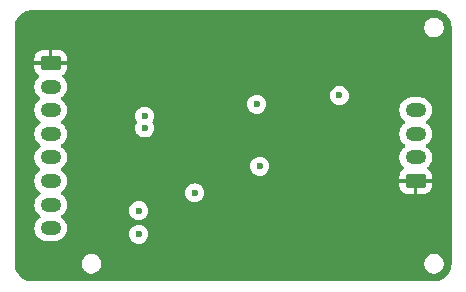
<source format=gbr>
%TF.GenerationSoftware,KiCad,Pcbnew,8.0.1*%
%TF.CreationDate,2024-04-29T02:41:37-04:00*%
%TF.ProjectId,ads1220_board,61647331-3232-4305-9f62-6f6172642e6b,rev?*%
%TF.SameCoordinates,Original*%
%TF.FileFunction,Copper,L4,Bot*%
%TF.FilePolarity,Positive*%
%FSLAX46Y46*%
G04 Gerber Fmt 4.6, Leading zero omitted, Abs format (unit mm)*
G04 Created by KiCad (PCBNEW 8.0.1) date 2024-04-29 02:41:37*
%MOMM*%
%LPD*%
G01*
G04 APERTURE LIST*
G04 Aperture macros list*
%AMRoundRect*
0 Rectangle with rounded corners*
0 $1 Rounding radius*
0 $2 $3 $4 $5 $6 $7 $8 $9 X,Y pos of 4 corners*
0 Add a 4 corners polygon primitive as box body*
4,1,4,$2,$3,$4,$5,$6,$7,$8,$9,$2,$3,0*
0 Add four circle primitives for the rounded corners*
1,1,$1+$1,$2,$3*
1,1,$1+$1,$4,$5*
1,1,$1+$1,$6,$7*
1,1,$1+$1,$8,$9*
0 Add four rect primitives between the rounded corners*
20,1,$1+$1,$2,$3,$4,$5,0*
20,1,$1+$1,$4,$5,$6,$7,0*
20,1,$1+$1,$6,$7,$8,$9,0*
20,1,$1+$1,$8,$9,$2,$3,0*%
G04 Aperture macros list end*
%TA.AperFunction,ComponentPad*%
%ADD10RoundRect,0.250000X-0.625000X0.350000X-0.625000X-0.350000X0.625000X-0.350000X0.625000X0.350000X0*%
%TD*%
%TA.AperFunction,ComponentPad*%
%ADD11O,1.750000X1.200000*%
%TD*%
%TA.AperFunction,ComponentPad*%
%ADD12RoundRect,0.250000X0.625000X-0.350000X0.625000X0.350000X-0.625000X0.350000X-0.625000X-0.350000X0*%
%TD*%
%TA.AperFunction,ViaPad*%
%ADD13C,0.600000*%
%TD*%
G04 APERTURE END LIST*
D10*
%TO.P,J3,1,Pin_1*%
%TO.N,GND*%
X113550000Y-75000000D03*
D11*
%TO.P,J3,2,Pin_2*%
%TO.N,Net-(J3-Pin_2)*%
X113550000Y-77000000D03*
%TO.P,J3,3,Pin_3*%
%TO.N,Net-(J3-Pin_3)*%
X113550000Y-79000000D03*
%TO.P,J3,4,Pin_4*%
%TO.N,Net-(J3-Pin_4)*%
X113550000Y-81000000D03*
%TO.P,J3,5,Pin_5*%
%TO.N,Net-(J3-Pin_5)*%
X113550000Y-83000000D03*
%TO.P,J3,6,Pin_6*%
%TO.N,Net-(J3-Pin_6)*%
X113550000Y-85000000D03*
%TO.P,J3,7,Pin_7*%
%TO.N,+3V3*%
X113550000Y-87000000D03*
%TO.P,J3,8,Pin_8*%
%TO.N,+5V*%
X113550000Y-89000000D03*
%TD*%
D12*
%TO.P,J2,1,Pin_1*%
%TO.N,GND*%
X144450000Y-85000000D03*
D11*
%TO.P,J2,2,Pin_2*%
%TO.N,/SIG+*%
X144450000Y-83000000D03*
%TO.P,J2,3,Pin_3*%
%TO.N,/SIG-*%
X144450000Y-81000000D03*
%TO.P,J2,4,Pin_4*%
%TO.N,+4V*%
X144450000Y-79000000D03*
%TD*%
D13*
%TO.N,GND*%
X127000000Y-81000000D03*
%TO.N,+4V*%
X121500000Y-79500000D03*
X121500000Y-80500000D03*
%TO.N,GND*%
X128500000Y-76750000D03*
X128500000Y-83250000D03*
X121250000Y-86000000D03*
X140000000Y-85500000D03*
X140000000Y-78500000D03*
X136250000Y-79750000D03*
X136250000Y-84250000D03*
X141750000Y-84250000D03*
X141750000Y-79750000D03*
X111000000Y-78000000D03*
X111000000Y-82000000D03*
X111000000Y-86000000D03*
X147000000Y-82000000D03*
X147000000Y-86000000D03*
X147000000Y-78000000D03*
X120000000Y-71000000D03*
X125000000Y-71000000D03*
X130000000Y-71000000D03*
X135000000Y-71000000D03*
X140000000Y-71000000D03*
X120000000Y-93000000D03*
X125000000Y-93000000D03*
X130000000Y-93000000D03*
X135000000Y-93000000D03*
X140000000Y-93000000D03*
X144000000Y-71000000D03*
X115000000Y-71000000D03*
X111000000Y-74000000D03*
X111000000Y-90000000D03*
X115000000Y-93000000D03*
X144000000Y-93000000D03*
X147000000Y-90000000D03*
X147000000Y-74000000D03*
X119250000Y-78500000D03*
X123475000Y-88500000D03*
X131300000Y-80300000D03*
%TO.N,+4V*%
X131250000Y-83750000D03*
X138000000Y-77750000D03*
%TO.N,GND*%
X135798809Y-78500744D03*
%TO.N,+4V*%
X131000000Y-78500000D03*
%TO.N,+5V*%
X121000000Y-89500000D03*
X121000000Y-87500000D03*
%TO.N,+4V*%
X125750000Y-86000000D03*
%TD*%
%TA.AperFunction,Conductor*%
%TO.N,GND*%
G36*
X146004418Y-70500816D02*
G01*
X146204561Y-70515130D01*
X146222063Y-70517647D01*
X146413797Y-70559355D01*
X146430755Y-70564334D01*
X146614609Y-70632909D01*
X146630701Y-70640259D01*
X146802904Y-70734288D01*
X146817784Y-70743849D01*
X146974867Y-70861441D01*
X146988237Y-70873027D01*
X147126972Y-71011762D01*
X147138558Y-71025132D01*
X147249625Y-71173500D01*
X147256146Y-71182210D01*
X147265711Y-71197095D01*
X147359740Y-71369298D01*
X147367090Y-71385390D01*
X147435662Y-71569236D01*
X147440646Y-71586212D01*
X147482351Y-71777931D01*
X147484869Y-71795442D01*
X147499184Y-71995580D01*
X147499500Y-72004427D01*
X147499500Y-91995572D01*
X147499184Y-92004419D01*
X147484869Y-92204557D01*
X147482351Y-92222068D01*
X147440646Y-92413787D01*
X147435662Y-92430763D01*
X147367090Y-92614609D01*
X147359740Y-92630701D01*
X147265711Y-92802904D01*
X147256146Y-92817789D01*
X147138558Y-92974867D01*
X147126972Y-92988237D01*
X146988237Y-93126972D01*
X146974867Y-93138558D01*
X146817789Y-93256146D01*
X146802904Y-93265711D01*
X146630701Y-93359740D01*
X146614609Y-93367090D01*
X146430763Y-93435662D01*
X146413787Y-93440646D01*
X146222068Y-93482351D01*
X146204557Y-93484869D01*
X146023779Y-93497799D01*
X146004417Y-93499184D01*
X145995572Y-93499500D01*
X112004428Y-93499500D01*
X111995582Y-93499184D01*
X111973622Y-93497613D01*
X111795442Y-93484869D01*
X111777931Y-93482351D01*
X111586212Y-93440646D01*
X111569236Y-93435662D01*
X111385390Y-93367090D01*
X111369298Y-93359740D01*
X111197095Y-93265711D01*
X111182210Y-93256146D01*
X111025132Y-93138558D01*
X111011762Y-93126972D01*
X110873027Y-92988237D01*
X110861441Y-92974867D01*
X110743849Y-92817784D01*
X110734288Y-92802904D01*
X110640259Y-92630701D01*
X110632909Y-92614609D01*
X110572091Y-92451551D01*
X110564334Y-92430755D01*
X110559355Y-92413797D01*
X110517647Y-92222063D01*
X110515130Y-92204556D01*
X110506322Y-92081407D01*
X116173500Y-92081407D01*
X116205259Y-92241073D01*
X116205262Y-92241082D01*
X116267562Y-92391490D01*
X116267563Y-92391492D01*
X116358015Y-92526862D01*
X116358018Y-92526866D01*
X116473133Y-92641981D01*
X116473137Y-92641984D01*
X116608505Y-92732435D01*
X116608506Y-92732435D01*
X116608507Y-92732436D01*
X116608509Y-92732437D01*
X116708781Y-92773970D01*
X116758919Y-92794738D01*
X116758921Y-92794738D01*
X116758926Y-92794740D01*
X116918592Y-92826499D01*
X116918595Y-92826500D01*
X116918597Y-92826500D01*
X117081405Y-92826500D01*
X117081406Y-92826499D01*
X117134629Y-92815912D01*
X117241073Y-92794740D01*
X117241076Y-92794738D01*
X117241081Y-92794738D01*
X117391495Y-92732435D01*
X117526863Y-92641984D01*
X117641984Y-92526863D01*
X117732435Y-92391495D01*
X117794738Y-92241081D01*
X117802004Y-92204556D01*
X117826499Y-92081407D01*
X145173500Y-92081407D01*
X145205259Y-92241073D01*
X145205262Y-92241082D01*
X145267562Y-92391490D01*
X145267563Y-92391492D01*
X145358015Y-92526862D01*
X145358018Y-92526866D01*
X145473133Y-92641981D01*
X145473137Y-92641984D01*
X145608505Y-92732435D01*
X145608506Y-92732435D01*
X145608507Y-92732436D01*
X145608509Y-92732437D01*
X145708781Y-92773970D01*
X145758919Y-92794738D01*
X145758921Y-92794738D01*
X145758926Y-92794740D01*
X145918592Y-92826499D01*
X145918595Y-92826500D01*
X145918597Y-92826500D01*
X146081405Y-92826500D01*
X146081406Y-92826499D01*
X146134629Y-92815912D01*
X146241073Y-92794740D01*
X146241076Y-92794738D01*
X146241081Y-92794738D01*
X146391495Y-92732435D01*
X146526863Y-92641984D01*
X146641984Y-92526863D01*
X146732435Y-92391495D01*
X146794738Y-92241081D01*
X146802004Y-92204556D01*
X146826499Y-92081407D01*
X146826500Y-92081405D01*
X146826500Y-91918594D01*
X146826499Y-91918592D01*
X146794740Y-91758926D01*
X146794737Y-91758917D01*
X146732437Y-91608509D01*
X146732436Y-91608507D01*
X146641984Y-91473137D01*
X146641981Y-91473133D01*
X146526866Y-91358018D01*
X146526862Y-91358015D01*
X146391492Y-91267563D01*
X146391490Y-91267562D01*
X146241082Y-91205262D01*
X146241073Y-91205259D01*
X146081406Y-91173500D01*
X146081403Y-91173500D01*
X145918597Y-91173500D01*
X145918594Y-91173500D01*
X145758926Y-91205259D01*
X145758917Y-91205262D01*
X145608509Y-91267562D01*
X145608507Y-91267563D01*
X145473137Y-91358015D01*
X145473133Y-91358018D01*
X145358018Y-91473133D01*
X145358015Y-91473137D01*
X145267563Y-91608507D01*
X145267562Y-91608509D01*
X145205262Y-91758917D01*
X145205259Y-91758926D01*
X145173500Y-91918592D01*
X145173500Y-92081407D01*
X117826499Y-92081407D01*
X117826500Y-92081405D01*
X117826500Y-91918594D01*
X117826499Y-91918592D01*
X117794740Y-91758926D01*
X117794737Y-91758917D01*
X117732437Y-91608509D01*
X117732436Y-91608507D01*
X117641984Y-91473137D01*
X117641981Y-91473133D01*
X117526866Y-91358018D01*
X117526862Y-91358015D01*
X117391492Y-91267563D01*
X117391490Y-91267562D01*
X117241082Y-91205262D01*
X117241073Y-91205259D01*
X117081406Y-91173500D01*
X117081403Y-91173500D01*
X116918597Y-91173500D01*
X116918594Y-91173500D01*
X116758926Y-91205259D01*
X116758917Y-91205262D01*
X116608509Y-91267562D01*
X116608507Y-91267563D01*
X116473137Y-91358015D01*
X116473133Y-91358018D01*
X116358018Y-91473133D01*
X116358015Y-91473137D01*
X116267563Y-91608507D01*
X116267562Y-91608509D01*
X116205262Y-91758917D01*
X116205259Y-91758926D01*
X116173500Y-91918592D01*
X116173500Y-92081407D01*
X110506322Y-92081407D01*
X110500816Y-92004418D01*
X110500500Y-91995572D01*
X110500500Y-89086611D01*
X112174500Y-89086611D01*
X112201598Y-89257701D01*
X112255127Y-89422445D01*
X112333768Y-89576788D01*
X112435586Y-89716928D01*
X112558072Y-89839414D01*
X112698212Y-89941232D01*
X112852555Y-90019873D01*
X113017299Y-90073402D01*
X113188389Y-90100500D01*
X113188390Y-90100500D01*
X113911610Y-90100500D01*
X113911611Y-90100500D01*
X114082701Y-90073402D01*
X114247445Y-90019873D01*
X114401788Y-89941232D01*
X114541928Y-89839414D01*
X114664414Y-89716928D01*
X114766232Y-89576788D01*
X114805356Y-89500003D01*
X120194435Y-89500003D01*
X120214630Y-89679249D01*
X120214631Y-89679254D01*
X120274211Y-89849523D01*
X120331836Y-89941232D01*
X120370184Y-90002262D01*
X120497738Y-90129816D01*
X120650478Y-90225789D01*
X120820745Y-90285368D01*
X120820750Y-90285369D01*
X120999996Y-90305565D01*
X121000000Y-90305565D01*
X121000004Y-90305565D01*
X121179249Y-90285369D01*
X121179252Y-90285368D01*
X121179255Y-90285368D01*
X121349522Y-90225789D01*
X121502262Y-90129816D01*
X121629816Y-90002262D01*
X121725789Y-89849522D01*
X121785368Y-89679255D01*
X121805565Y-89500000D01*
X121785368Y-89320745D01*
X121725789Y-89150478D01*
X121629816Y-88997738D01*
X121502262Y-88870184D01*
X121349523Y-88774211D01*
X121179254Y-88714631D01*
X121179249Y-88714630D01*
X121000004Y-88694435D01*
X120999996Y-88694435D01*
X120820750Y-88714630D01*
X120820745Y-88714631D01*
X120650476Y-88774211D01*
X120497737Y-88870184D01*
X120370184Y-88997737D01*
X120274211Y-89150476D01*
X120214631Y-89320745D01*
X120214630Y-89320750D01*
X120194435Y-89499996D01*
X120194435Y-89500003D01*
X114805356Y-89500003D01*
X114844873Y-89422445D01*
X114898402Y-89257701D01*
X114925500Y-89086611D01*
X114925500Y-88913389D01*
X114898402Y-88742299D01*
X114844873Y-88577555D01*
X114766232Y-88423212D01*
X114664414Y-88283072D01*
X114541928Y-88160586D01*
X114458975Y-88100317D01*
X114416311Y-88044988D01*
X114410332Y-87975374D01*
X114442938Y-87913579D01*
X114458976Y-87899682D01*
X114541928Y-87839414D01*
X114664414Y-87716928D01*
X114766232Y-87576788D01*
X114805356Y-87500003D01*
X120194435Y-87500003D01*
X120214630Y-87679249D01*
X120214631Y-87679254D01*
X120274211Y-87849523D01*
X120331836Y-87941232D01*
X120370184Y-88002262D01*
X120497738Y-88129816D01*
X120650478Y-88225789D01*
X120814175Y-88283069D01*
X120820745Y-88285368D01*
X120820750Y-88285369D01*
X120999996Y-88305565D01*
X121000000Y-88305565D01*
X121000004Y-88305565D01*
X121179249Y-88285369D01*
X121179252Y-88285368D01*
X121179255Y-88285368D01*
X121349522Y-88225789D01*
X121502262Y-88129816D01*
X121629816Y-88002262D01*
X121725789Y-87849522D01*
X121785368Y-87679255D01*
X121805565Y-87500000D01*
X121785368Y-87320745D01*
X121725789Y-87150478D01*
X121629816Y-86997738D01*
X121502262Y-86870184D01*
X121399422Y-86805565D01*
X121349523Y-86774211D01*
X121179254Y-86714631D01*
X121179249Y-86714630D01*
X121000004Y-86694435D01*
X120999996Y-86694435D01*
X120820750Y-86714630D01*
X120820745Y-86714631D01*
X120650476Y-86774211D01*
X120497737Y-86870184D01*
X120370184Y-86997737D01*
X120274211Y-87150476D01*
X120214631Y-87320745D01*
X120214630Y-87320750D01*
X120194435Y-87499996D01*
X120194435Y-87500003D01*
X114805356Y-87500003D01*
X114844873Y-87422445D01*
X114898402Y-87257701D01*
X114925500Y-87086611D01*
X114925500Y-86913389D01*
X114898402Y-86742299D01*
X114844873Y-86577555D01*
X114766232Y-86423212D01*
X114664414Y-86283072D01*
X114541928Y-86160586D01*
X114458975Y-86100317D01*
X114416311Y-86044988D01*
X114412447Y-86000003D01*
X124944435Y-86000003D01*
X124964630Y-86179249D01*
X124964631Y-86179254D01*
X125024211Y-86349523D01*
X125120184Y-86502262D01*
X125247738Y-86629816D01*
X125338080Y-86686582D01*
X125382721Y-86714632D01*
X125400478Y-86725789D01*
X125538860Y-86774211D01*
X125570745Y-86785368D01*
X125570750Y-86785369D01*
X125749996Y-86805565D01*
X125750000Y-86805565D01*
X125750004Y-86805565D01*
X125929249Y-86785369D01*
X125929252Y-86785368D01*
X125929255Y-86785368D01*
X126099522Y-86725789D01*
X126252262Y-86629816D01*
X126379816Y-86502262D01*
X126475789Y-86349522D01*
X126535368Y-86179255D01*
X126535369Y-86179249D01*
X126555565Y-86000003D01*
X126555565Y-85999996D01*
X126535369Y-85820750D01*
X126535368Y-85820745D01*
X126534528Y-85818345D01*
X126475789Y-85650478D01*
X126379816Y-85497738D01*
X126252262Y-85370184D01*
X126219255Y-85349444D01*
X126099523Y-85274211D01*
X125929254Y-85214631D01*
X125929249Y-85214630D01*
X125750004Y-85194435D01*
X125749996Y-85194435D01*
X125570750Y-85214630D01*
X125570745Y-85214631D01*
X125400476Y-85274211D01*
X125247737Y-85370184D01*
X125120184Y-85497737D01*
X125024211Y-85650476D01*
X124964631Y-85820745D01*
X124964630Y-85820750D01*
X124944435Y-85999996D01*
X124944435Y-86000003D01*
X114412447Y-86000003D01*
X114410332Y-85975374D01*
X114442938Y-85913579D01*
X114458976Y-85899682D01*
X114541928Y-85839414D01*
X114664414Y-85716928D01*
X114766232Y-85576788D01*
X114844873Y-85422445D01*
X114898402Y-85257701D01*
X114925500Y-85086611D01*
X114925500Y-84913389D01*
X114898402Y-84742299D01*
X114844873Y-84577555D01*
X114766232Y-84423212D01*
X114664414Y-84283072D01*
X114541928Y-84160586D01*
X114458975Y-84100317D01*
X114416311Y-84044988D01*
X114410332Y-83975374D01*
X114442938Y-83913579D01*
X114458976Y-83899682D01*
X114462471Y-83897143D01*
X114541928Y-83839414D01*
X114631339Y-83750003D01*
X130444435Y-83750003D01*
X130464630Y-83929249D01*
X130464631Y-83929254D01*
X130524211Y-84099523D01*
X130562577Y-84160581D01*
X130620184Y-84252262D01*
X130747738Y-84379816D01*
X130900478Y-84475789D01*
X130961959Y-84497302D01*
X131070745Y-84535368D01*
X131070750Y-84535369D01*
X131249996Y-84555565D01*
X131250000Y-84555565D01*
X131250004Y-84555565D01*
X131429249Y-84535369D01*
X131429252Y-84535368D01*
X131429255Y-84535368D01*
X131599522Y-84475789D01*
X131752262Y-84379816D01*
X131879816Y-84252262D01*
X131975789Y-84099522D01*
X132035368Y-83929255D01*
X132035369Y-83929249D01*
X132055565Y-83750003D01*
X132055565Y-83749996D01*
X132035369Y-83570750D01*
X132035368Y-83570745D01*
X131983476Y-83422447D01*
X131975789Y-83400478D01*
X131879816Y-83247738D01*
X131752262Y-83120184D01*
X131698831Y-83086611D01*
X143074500Y-83086611D01*
X143101598Y-83257701D01*
X143155127Y-83422445D01*
X143233768Y-83576788D01*
X143335586Y-83716928D01*
X143335588Y-83716930D01*
X143443491Y-83824833D01*
X143476976Y-83886156D01*
X143471992Y-83955848D01*
X143430120Y-84011781D01*
X143420907Y-84018053D01*
X143356654Y-84057684D01*
X143232684Y-84181654D01*
X143140643Y-84330875D01*
X143140641Y-84330880D01*
X143085494Y-84497302D01*
X143085493Y-84497309D01*
X143075000Y-84600013D01*
X143075000Y-84850000D01*
X144103590Y-84850000D01*
X144100556Y-84855255D01*
X144075000Y-84950630D01*
X144075000Y-85049370D01*
X144100556Y-85144745D01*
X144103590Y-85150000D01*
X143075001Y-85150000D01*
X143075001Y-85399986D01*
X143085494Y-85502697D01*
X143140641Y-85669119D01*
X143140643Y-85669124D01*
X143232684Y-85818345D01*
X143356654Y-85942315D01*
X143505875Y-86034356D01*
X143505880Y-86034358D01*
X143672302Y-86089505D01*
X143672309Y-86089506D01*
X143775019Y-86099999D01*
X144299999Y-86099999D01*
X144300000Y-86099998D01*
X144300000Y-85346410D01*
X144305255Y-85349444D01*
X144400630Y-85375000D01*
X144499370Y-85375000D01*
X144594745Y-85349444D01*
X144600000Y-85346410D01*
X144600000Y-86099999D01*
X145124972Y-86099999D01*
X145124986Y-86099998D01*
X145227697Y-86089505D01*
X145394119Y-86034358D01*
X145394124Y-86034356D01*
X145543345Y-85942315D01*
X145667315Y-85818345D01*
X145759356Y-85669124D01*
X145759358Y-85669119D01*
X145814505Y-85502697D01*
X145814506Y-85502690D01*
X145824999Y-85399986D01*
X145825000Y-85399973D01*
X145825000Y-85150000D01*
X144796410Y-85150000D01*
X144799444Y-85144745D01*
X144825000Y-85049370D01*
X144825000Y-84950630D01*
X144799444Y-84855255D01*
X144796410Y-84850000D01*
X145824999Y-84850000D01*
X145824999Y-84600028D01*
X145824998Y-84600013D01*
X145814505Y-84497302D01*
X145759358Y-84330880D01*
X145759356Y-84330875D01*
X145667315Y-84181654D01*
X145543343Y-84057682D01*
X145479093Y-84018053D01*
X145432368Y-83966105D01*
X145421145Y-83897143D01*
X145448988Y-83833061D01*
X145456486Y-83824855D01*
X145564414Y-83716928D01*
X145666232Y-83576788D01*
X145744873Y-83422445D01*
X145798402Y-83257701D01*
X145825500Y-83086611D01*
X145825500Y-82913389D01*
X145798402Y-82742299D01*
X145744873Y-82577555D01*
X145666232Y-82423212D01*
X145564414Y-82283072D01*
X145441928Y-82160586D01*
X145358975Y-82100317D01*
X145316311Y-82044988D01*
X145310332Y-81975374D01*
X145342938Y-81913579D01*
X145358976Y-81899682D01*
X145441928Y-81839414D01*
X145564414Y-81716928D01*
X145666232Y-81576788D01*
X145744873Y-81422445D01*
X145798402Y-81257701D01*
X145825500Y-81086611D01*
X145825500Y-80913389D01*
X145798402Y-80742299D01*
X145744873Y-80577555D01*
X145666232Y-80423212D01*
X145564414Y-80283072D01*
X145441928Y-80160586D01*
X145358975Y-80100317D01*
X145316311Y-80044988D01*
X145310332Y-79975374D01*
X145342938Y-79913579D01*
X145358976Y-79899682D01*
X145441928Y-79839414D01*
X145564414Y-79716928D01*
X145666232Y-79576788D01*
X145744873Y-79422445D01*
X145798402Y-79257701D01*
X145825500Y-79086611D01*
X145825500Y-78913389D01*
X145798402Y-78742299D01*
X145744873Y-78577555D01*
X145666232Y-78423212D01*
X145564414Y-78283072D01*
X145441928Y-78160586D01*
X145301788Y-78058768D01*
X145147445Y-77980127D01*
X144982701Y-77926598D01*
X144982699Y-77926597D01*
X144982698Y-77926597D01*
X144851271Y-77905781D01*
X144811611Y-77899500D01*
X144088389Y-77899500D01*
X144048728Y-77905781D01*
X143917302Y-77926597D01*
X143752552Y-77980128D01*
X143598211Y-78058768D01*
X143518256Y-78116859D01*
X143458072Y-78160586D01*
X143458070Y-78160588D01*
X143458069Y-78160588D01*
X143335588Y-78283069D01*
X143335588Y-78283070D01*
X143335586Y-78283072D01*
X143308215Y-78320745D01*
X143233768Y-78423211D01*
X143155128Y-78577552D01*
X143101597Y-78742302D01*
X143074500Y-78913389D01*
X143074500Y-79086610D01*
X143096543Y-79225789D01*
X143101598Y-79257701D01*
X143155127Y-79422445D01*
X143233768Y-79576788D01*
X143335586Y-79716928D01*
X143458072Y-79839414D01*
X143471987Y-79849524D01*
X143541023Y-79899683D01*
X143583689Y-79955013D01*
X143589667Y-80024626D01*
X143557061Y-80086421D01*
X143541023Y-80100317D01*
X143458078Y-80160581D01*
X143458069Y-80160588D01*
X143335588Y-80283069D01*
X143335588Y-80283070D01*
X143335586Y-80283072D01*
X143308221Y-80320737D01*
X143233768Y-80423211D01*
X143155128Y-80577552D01*
X143101597Y-80742302D01*
X143074500Y-80913389D01*
X143074500Y-81086610D01*
X143096543Y-81225789D01*
X143101598Y-81257701D01*
X143155127Y-81422445D01*
X143233768Y-81576788D01*
X143335586Y-81716928D01*
X143458072Y-81839414D01*
X143458078Y-81839418D01*
X143541023Y-81899683D01*
X143583689Y-81955013D01*
X143589667Y-82024626D01*
X143557061Y-82086421D01*
X143541023Y-82100317D01*
X143458078Y-82160581D01*
X143458069Y-82160588D01*
X143335588Y-82283069D01*
X143335588Y-82283070D01*
X143335586Y-82283072D01*
X143291859Y-82343256D01*
X143233768Y-82423211D01*
X143155128Y-82577552D01*
X143101597Y-82742302D01*
X143074500Y-82913389D01*
X143074500Y-83086611D01*
X131698831Y-83086611D01*
X131599523Y-83024211D01*
X131429254Y-82964631D01*
X131429249Y-82964630D01*
X131250004Y-82944435D01*
X131249996Y-82944435D01*
X131070750Y-82964630D01*
X131070745Y-82964631D01*
X130900476Y-83024211D01*
X130747737Y-83120184D01*
X130620184Y-83247737D01*
X130524211Y-83400476D01*
X130464631Y-83570745D01*
X130464630Y-83570750D01*
X130444435Y-83749996D01*
X130444435Y-83750003D01*
X114631339Y-83750003D01*
X114664414Y-83716928D01*
X114766232Y-83576788D01*
X114844873Y-83422445D01*
X114898402Y-83257701D01*
X114925500Y-83086611D01*
X114925500Y-82913389D01*
X114898402Y-82742299D01*
X114844873Y-82577555D01*
X114766232Y-82423212D01*
X114664414Y-82283072D01*
X114541928Y-82160586D01*
X114458975Y-82100317D01*
X114416311Y-82044988D01*
X114410332Y-81975374D01*
X114442938Y-81913579D01*
X114458976Y-81899682D01*
X114541928Y-81839414D01*
X114664414Y-81716928D01*
X114766232Y-81576788D01*
X114844873Y-81422445D01*
X114898402Y-81257701D01*
X114925500Y-81086611D01*
X114925500Y-80913389D01*
X114898402Y-80742299D01*
X114844873Y-80577555D01*
X114805359Y-80500003D01*
X120694435Y-80500003D01*
X120714630Y-80679249D01*
X120714631Y-80679254D01*
X120774211Y-80849523D01*
X120814341Y-80913389D01*
X120870184Y-81002262D01*
X120997738Y-81129816D01*
X121150478Y-81225789D01*
X121320745Y-81285368D01*
X121320750Y-81285369D01*
X121499996Y-81305565D01*
X121500000Y-81305565D01*
X121500004Y-81305565D01*
X121679249Y-81285369D01*
X121679252Y-81285368D01*
X121679255Y-81285368D01*
X121849522Y-81225789D01*
X122002262Y-81129816D01*
X122129816Y-81002262D01*
X122225789Y-80849522D01*
X122285368Y-80679255D01*
X122305565Y-80500000D01*
X122296913Y-80423212D01*
X122285369Y-80320750D01*
X122285368Y-80320745D01*
X122225788Y-80150475D01*
X122172691Y-80065973D01*
X122153690Y-79998736D01*
X122172691Y-79934027D01*
X122225788Y-79849524D01*
X122225789Y-79849522D01*
X122285368Y-79679255D01*
X122305565Y-79500000D01*
X122285368Y-79320745D01*
X122225789Y-79150478D01*
X122129816Y-78997738D01*
X122002262Y-78870184D01*
X121969379Y-78849522D01*
X121849523Y-78774211D01*
X121679254Y-78714631D01*
X121679249Y-78714630D01*
X121500004Y-78694435D01*
X121499996Y-78694435D01*
X121320750Y-78714630D01*
X121320745Y-78714631D01*
X121150476Y-78774211D01*
X120997737Y-78870184D01*
X120870184Y-78997737D01*
X120774211Y-79150476D01*
X120714631Y-79320745D01*
X120714630Y-79320750D01*
X120694435Y-79499996D01*
X120694435Y-79500003D01*
X120714630Y-79679249D01*
X120714633Y-79679262D01*
X120774209Y-79849520D01*
X120827309Y-79934029D01*
X120846309Y-80001266D01*
X120827309Y-80065971D01*
X120774209Y-80150479D01*
X120714633Y-80320737D01*
X120714630Y-80320750D01*
X120694435Y-80499996D01*
X120694435Y-80500003D01*
X114805359Y-80500003D01*
X114766232Y-80423212D01*
X114664414Y-80283072D01*
X114541928Y-80160586D01*
X114458975Y-80100317D01*
X114416311Y-80044988D01*
X114410332Y-79975374D01*
X114442938Y-79913579D01*
X114458976Y-79899682D01*
X114541928Y-79839414D01*
X114664414Y-79716928D01*
X114766232Y-79576788D01*
X114844873Y-79422445D01*
X114898402Y-79257701D01*
X114925500Y-79086611D01*
X114925500Y-78913389D01*
X114898402Y-78742299D01*
X114844873Y-78577555D01*
X114805359Y-78500003D01*
X130194435Y-78500003D01*
X130214630Y-78679249D01*
X130214631Y-78679254D01*
X130274211Y-78849523D01*
X130314341Y-78913389D01*
X130370184Y-79002262D01*
X130497738Y-79129816D01*
X130650478Y-79225789D01*
X130820745Y-79285368D01*
X130820750Y-79285369D01*
X130999996Y-79305565D01*
X131000000Y-79305565D01*
X131000004Y-79305565D01*
X131179249Y-79285369D01*
X131179252Y-79285368D01*
X131179255Y-79285368D01*
X131349522Y-79225789D01*
X131502262Y-79129816D01*
X131629816Y-79002262D01*
X131725789Y-78849522D01*
X131785368Y-78679255D01*
X131796827Y-78577552D01*
X131805565Y-78500003D01*
X131805565Y-78499996D01*
X131785369Y-78320750D01*
X131785368Y-78320745D01*
X131761405Y-78252262D01*
X131725789Y-78150478D01*
X131629816Y-77997738D01*
X131502262Y-77870184D01*
X131349523Y-77774211D01*
X131280341Y-77750003D01*
X137194435Y-77750003D01*
X137214630Y-77929249D01*
X137214631Y-77929254D01*
X137274211Y-78099523D01*
X137312577Y-78160581D01*
X137370184Y-78252262D01*
X137497738Y-78379816D01*
X137650478Y-78475789D01*
X137719678Y-78500003D01*
X137820745Y-78535368D01*
X137820750Y-78535369D01*
X137999996Y-78555565D01*
X138000000Y-78555565D01*
X138000004Y-78555565D01*
X138179249Y-78535369D01*
X138179252Y-78535368D01*
X138179255Y-78535368D01*
X138349522Y-78475789D01*
X138502262Y-78379816D01*
X138629816Y-78252262D01*
X138725789Y-78099522D01*
X138785368Y-77929255D01*
X138785369Y-77929249D01*
X138805565Y-77750003D01*
X138805565Y-77749996D01*
X138785369Y-77570750D01*
X138785368Y-77570745D01*
X138733476Y-77422447D01*
X138725789Y-77400478D01*
X138629816Y-77247738D01*
X138502262Y-77120184D01*
X138448831Y-77086611D01*
X138349523Y-77024211D01*
X138179254Y-76964631D01*
X138179249Y-76964630D01*
X138000004Y-76944435D01*
X137999996Y-76944435D01*
X137820750Y-76964630D01*
X137820745Y-76964631D01*
X137650476Y-77024211D01*
X137497737Y-77120184D01*
X137370184Y-77247737D01*
X137274211Y-77400476D01*
X137214631Y-77570745D01*
X137214630Y-77570750D01*
X137194435Y-77749996D01*
X137194435Y-77750003D01*
X131280341Y-77750003D01*
X131179254Y-77714631D01*
X131179249Y-77714630D01*
X131000004Y-77694435D01*
X130999996Y-77694435D01*
X130820750Y-77714630D01*
X130820745Y-77714631D01*
X130650476Y-77774211D01*
X130497737Y-77870184D01*
X130370184Y-77997737D01*
X130274211Y-78150476D01*
X130214631Y-78320745D01*
X130214630Y-78320750D01*
X130194435Y-78499996D01*
X130194435Y-78500003D01*
X114805359Y-78500003D01*
X114766232Y-78423212D01*
X114664414Y-78283072D01*
X114541928Y-78160586D01*
X114458975Y-78100317D01*
X114416311Y-78044988D01*
X114410332Y-77975374D01*
X114442938Y-77913579D01*
X114458976Y-77899682D01*
X114541928Y-77839414D01*
X114664414Y-77716928D01*
X114766232Y-77576788D01*
X114844873Y-77422445D01*
X114898402Y-77257701D01*
X114925500Y-77086611D01*
X114925500Y-76913389D01*
X114898402Y-76742299D01*
X114844873Y-76577555D01*
X114766232Y-76423212D01*
X114664414Y-76283072D01*
X114556508Y-76175166D01*
X114523023Y-76113843D01*
X114528007Y-76044151D01*
X114569879Y-75988218D01*
X114579094Y-75981945D01*
X114643345Y-75942315D01*
X114767315Y-75818345D01*
X114859356Y-75669124D01*
X114859358Y-75669119D01*
X114914505Y-75502697D01*
X114914506Y-75502690D01*
X114924999Y-75399986D01*
X114925000Y-75399973D01*
X114925000Y-75150000D01*
X113896410Y-75150000D01*
X113899444Y-75144745D01*
X113925000Y-75049370D01*
X113925000Y-74950630D01*
X113899444Y-74855255D01*
X113896410Y-74850000D01*
X114924999Y-74850000D01*
X114924999Y-74600028D01*
X114924998Y-74600013D01*
X114914505Y-74497302D01*
X114859358Y-74330880D01*
X114859356Y-74330875D01*
X114767315Y-74181654D01*
X114643345Y-74057684D01*
X114494124Y-73965643D01*
X114494119Y-73965641D01*
X114327697Y-73910494D01*
X114327690Y-73910493D01*
X114224986Y-73900000D01*
X113700000Y-73900000D01*
X113700000Y-74653589D01*
X113694745Y-74650556D01*
X113599370Y-74625000D01*
X113500630Y-74625000D01*
X113405255Y-74650556D01*
X113400000Y-74653589D01*
X113400000Y-73900000D01*
X112875028Y-73900000D01*
X112875012Y-73900001D01*
X112772302Y-73910494D01*
X112605880Y-73965641D01*
X112605875Y-73965643D01*
X112456654Y-74057684D01*
X112332684Y-74181654D01*
X112240643Y-74330875D01*
X112240641Y-74330880D01*
X112185494Y-74497302D01*
X112185493Y-74497309D01*
X112175000Y-74600013D01*
X112175000Y-74850000D01*
X113203590Y-74850000D01*
X113200556Y-74855255D01*
X113175000Y-74950630D01*
X113175000Y-75049370D01*
X113200556Y-75144745D01*
X113203590Y-75150000D01*
X112175001Y-75150000D01*
X112175001Y-75399986D01*
X112185494Y-75502697D01*
X112240641Y-75669119D01*
X112240643Y-75669124D01*
X112332684Y-75818345D01*
X112456656Y-75942317D01*
X112520906Y-75981946D01*
X112567631Y-76033893D01*
X112578854Y-76102856D01*
X112551011Y-76166938D01*
X112543492Y-76175166D01*
X112435585Y-76283073D01*
X112333768Y-76423211D01*
X112255128Y-76577552D01*
X112201597Y-76742302D01*
X112174500Y-76913389D01*
X112174500Y-77086611D01*
X112201598Y-77257701D01*
X112255127Y-77422445D01*
X112333768Y-77576788D01*
X112435586Y-77716928D01*
X112558072Y-77839414D01*
X112558078Y-77839418D01*
X112641023Y-77899683D01*
X112683689Y-77955013D01*
X112689667Y-78024626D01*
X112657061Y-78086421D01*
X112641023Y-78100317D01*
X112558078Y-78160581D01*
X112558069Y-78160588D01*
X112435588Y-78283069D01*
X112435588Y-78283070D01*
X112435586Y-78283072D01*
X112408215Y-78320745D01*
X112333768Y-78423211D01*
X112255128Y-78577552D01*
X112201597Y-78742302D01*
X112174500Y-78913389D01*
X112174500Y-79086610D01*
X112196543Y-79225789D01*
X112201598Y-79257701D01*
X112255127Y-79422445D01*
X112333768Y-79576788D01*
X112435586Y-79716928D01*
X112558072Y-79839414D01*
X112571987Y-79849524D01*
X112641023Y-79899683D01*
X112683689Y-79955013D01*
X112689667Y-80024626D01*
X112657061Y-80086421D01*
X112641023Y-80100317D01*
X112558078Y-80160581D01*
X112558069Y-80160588D01*
X112435588Y-80283069D01*
X112435588Y-80283070D01*
X112435586Y-80283072D01*
X112408221Y-80320737D01*
X112333768Y-80423211D01*
X112255128Y-80577552D01*
X112201597Y-80742302D01*
X112174500Y-80913389D01*
X112174500Y-81086610D01*
X112196543Y-81225789D01*
X112201598Y-81257701D01*
X112255127Y-81422445D01*
X112333768Y-81576788D01*
X112435586Y-81716928D01*
X112558072Y-81839414D01*
X112558078Y-81839418D01*
X112641023Y-81899683D01*
X112683689Y-81955013D01*
X112689667Y-82024626D01*
X112657061Y-82086421D01*
X112641023Y-82100317D01*
X112558078Y-82160581D01*
X112558069Y-82160588D01*
X112435588Y-82283069D01*
X112435588Y-82283070D01*
X112435586Y-82283072D01*
X112391859Y-82343256D01*
X112333768Y-82423211D01*
X112255128Y-82577552D01*
X112201597Y-82742302D01*
X112174500Y-82913389D01*
X112174500Y-83086611D01*
X112201598Y-83257701D01*
X112255127Y-83422445D01*
X112333768Y-83576788D01*
X112435586Y-83716928D01*
X112558072Y-83839414D01*
X112558078Y-83839418D01*
X112641023Y-83899683D01*
X112683689Y-83955013D01*
X112689667Y-84024626D01*
X112657061Y-84086421D01*
X112641023Y-84100317D01*
X112558078Y-84160581D01*
X112558069Y-84160588D01*
X112435588Y-84283069D01*
X112435588Y-84283070D01*
X112435586Y-84283072D01*
X112400855Y-84330875D01*
X112333768Y-84423211D01*
X112255128Y-84577552D01*
X112201597Y-84742302D01*
X112174500Y-84913389D01*
X112174500Y-85086610D01*
X112194776Y-85214632D01*
X112201598Y-85257701D01*
X112255127Y-85422445D01*
X112333768Y-85576788D01*
X112435586Y-85716928D01*
X112558072Y-85839414D01*
X112558078Y-85839418D01*
X112641023Y-85899683D01*
X112683689Y-85955013D01*
X112689667Y-86024626D01*
X112657061Y-86086421D01*
X112641023Y-86100317D01*
X112558078Y-86160581D01*
X112558069Y-86160588D01*
X112435588Y-86283069D01*
X112435588Y-86283070D01*
X112435586Y-86283072D01*
X112391859Y-86343256D01*
X112333768Y-86423211D01*
X112255128Y-86577552D01*
X112201597Y-86742302D01*
X112181343Y-86870184D01*
X112174500Y-86913389D01*
X112174500Y-87086611D01*
X112201598Y-87257701D01*
X112255127Y-87422445D01*
X112333768Y-87576788D01*
X112435586Y-87716928D01*
X112558072Y-87839414D01*
X112571986Y-87849523D01*
X112641023Y-87899683D01*
X112683689Y-87955013D01*
X112689667Y-88024626D01*
X112657061Y-88086421D01*
X112641023Y-88100317D01*
X112558078Y-88160581D01*
X112558069Y-88160588D01*
X112435588Y-88283069D01*
X112435588Y-88283070D01*
X112435586Y-88283072D01*
X112419244Y-88305565D01*
X112333768Y-88423211D01*
X112255128Y-88577552D01*
X112201597Y-88742302D01*
X112181343Y-88870184D01*
X112174500Y-88913389D01*
X112174500Y-89086611D01*
X110500500Y-89086611D01*
X110500500Y-72081407D01*
X145173500Y-72081407D01*
X145205259Y-72241073D01*
X145205262Y-72241082D01*
X145267562Y-72391490D01*
X145267563Y-72391492D01*
X145358015Y-72526862D01*
X145358018Y-72526866D01*
X145473133Y-72641981D01*
X145473137Y-72641984D01*
X145608505Y-72732435D01*
X145608506Y-72732435D01*
X145608507Y-72732436D01*
X145608509Y-72732437D01*
X145708781Y-72773970D01*
X145758919Y-72794738D01*
X145758921Y-72794738D01*
X145758926Y-72794740D01*
X145918592Y-72826499D01*
X145918595Y-72826500D01*
X145918597Y-72826500D01*
X146081405Y-72826500D01*
X146081406Y-72826499D01*
X146134629Y-72815912D01*
X146241073Y-72794740D01*
X146241076Y-72794738D01*
X146241081Y-72794738D01*
X146391495Y-72732435D01*
X146526863Y-72641984D01*
X146641984Y-72526863D01*
X146732435Y-72391495D01*
X146794738Y-72241081D01*
X146826500Y-72081403D01*
X146826500Y-71918597D01*
X146826500Y-71918594D01*
X146826499Y-71918592D01*
X146794740Y-71758926D01*
X146794737Y-71758917D01*
X146732437Y-71608509D01*
X146732436Y-71608507D01*
X146641984Y-71473137D01*
X146641981Y-71473133D01*
X146526866Y-71358018D01*
X146526862Y-71358015D01*
X146391492Y-71267563D01*
X146391490Y-71267562D01*
X146241082Y-71205262D01*
X146241073Y-71205259D01*
X146081406Y-71173500D01*
X146081403Y-71173500D01*
X145918597Y-71173500D01*
X145918594Y-71173500D01*
X145758926Y-71205259D01*
X145758917Y-71205262D01*
X145608509Y-71267562D01*
X145608507Y-71267563D01*
X145473137Y-71358015D01*
X145473133Y-71358018D01*
X145358018Y-71473133D01*
X145358015Y-71473137D01*
X145267563Y-71608507D01*
X145267562Y-71608509D01*
X145205262Y-71758917D01*
X145205259Y-71758926D01*
X145173500Y-71918592D01*
X145173500Y-72081407D01*
X110500500Y-72081407D01*
X110500500Y-72004427D01*
X110500816Y-71995581D01*
X110506322Y-71918594D01*
X110515130Y-71795436D01*
X110517646Y-71777938D01*
X110559356Y-71586199D01*
X110564333Y-71569248D01*
X110632911Y-71385385D01*
X110640259Y-71369298D01*
X110695810Y-71267563D01*
X110734291Y-71197089D01*
X110743845Y-71182221D01*
X110861448Y-71025123D01*
X110873020Y-71011769D01*
X111011769Y-70873020D01*
X111025123Y-70861448D01*
X111182221Y-70743845D01*
X111197089Y-70734291D01*
X111369298Y-70640258D01*
X111385385Y-70632911D01*
X111569248Y-70564333D01*
X111586199Y-70559356D01*
X111777938Y-70517646D01*
X111795436Y-70515130D01*
X111995582Y-70500816D01*
X112004428Y-70500500D01*
X112065892Y-70500500D01*
X145934108Y-70500500D01*
X145995572Y-70500500D01*
X146004418Y-70500816D01*
G37*
%TD.AperFunction*%
%TD*%
M02*

</source>
